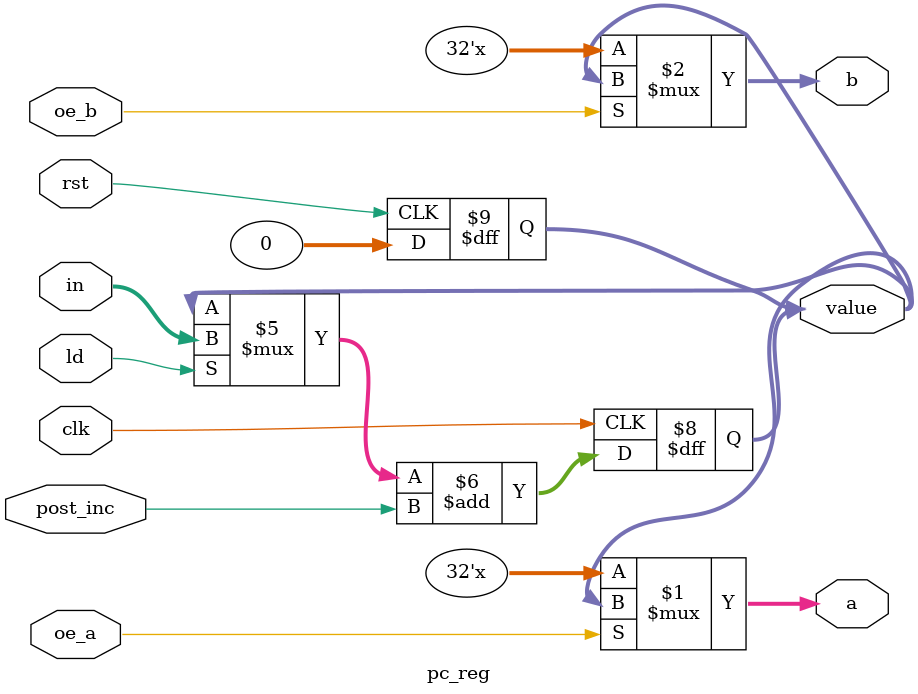
<source format=sv>
module pc_reg #(
    parameter integer SIZE = 32,
    parameter logic [SIZE-1:0] INITIAL_VAL = 0
) (
    input clk,
    input rst,
    output tri [SIZE-1:0] a,
    output tri [SIZE-1:0] b,
    input [SIZE-1:0] in,
    input oe_a,
    input oe_b,
    input ld,
    input post_inc,
    output logic [SIZE-1:0] value = INITIAL_VAL // only if you need to direclty access (not on the data/addr bus)
);

  assign a = oe_a ? value : 'hz;
  assign b = oe_b ? value : 'hz;

  always @(posedge rst) value <= INITIAL_VAL;

  always @(posedge clk) begin
    value <= (ld ? in : value) + post_inc;
  end
endmodule

</source>
